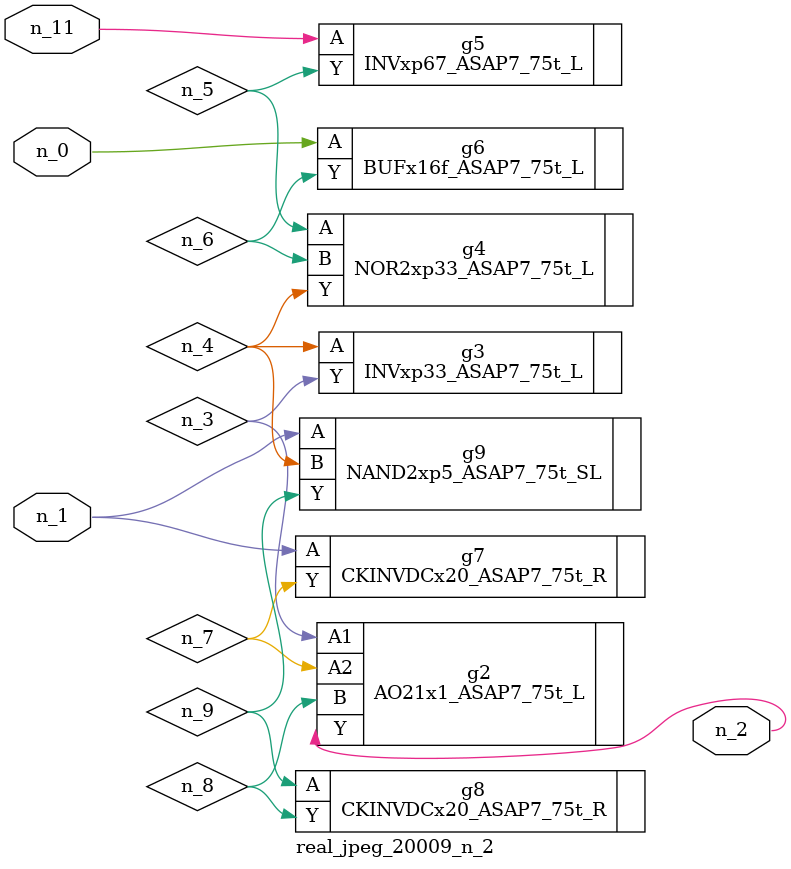
<source format=v>
module real_jpeg_20009_n_2 (n_1, n_11, n_0, n_2);

input n_1;
input n_11;
input n_0;

output n_2;

wire n_5;
wire n_4;
wire n_8;
wire n_6;
wire n_7;
wire n_3;
wire n_9;

BUFx16f_ASAP7_75t_L g6 ( 
.A(n_0),
.Y(n_6)
);

CKINVDCx20_ASAP7_75t_R g7 ( 
.A(n_1),
.Y(n_7)
);

NAND2xp5_ASAP7_75t_SL g9 ( 
.A(n_1),
.B(n_4),
.Y(n_9)
);

AO21x1_ASAP7_75t_L g2 ( 
.A1(n_3),
.A2(n_7),
.B(n_8),
.Y(n_2)
);

INVxp33_ASAP7_75t_L g3 ( 
.A(n_4),
.Y(n_3)
);

NOR2xp33_ASAP7_75t_L g4 ( 
.A(n_5),
.B(n_6),
.Y(n_4)
);

CKINVDCx20_ASAP7_75t_R g8 ( 
.A(n_9),
.Y(n_8)
);

INVxp67_ASAP7_75t_L g5 ( 
.A(n_11),
.Y(n_5)
);


endmodule
</source>
